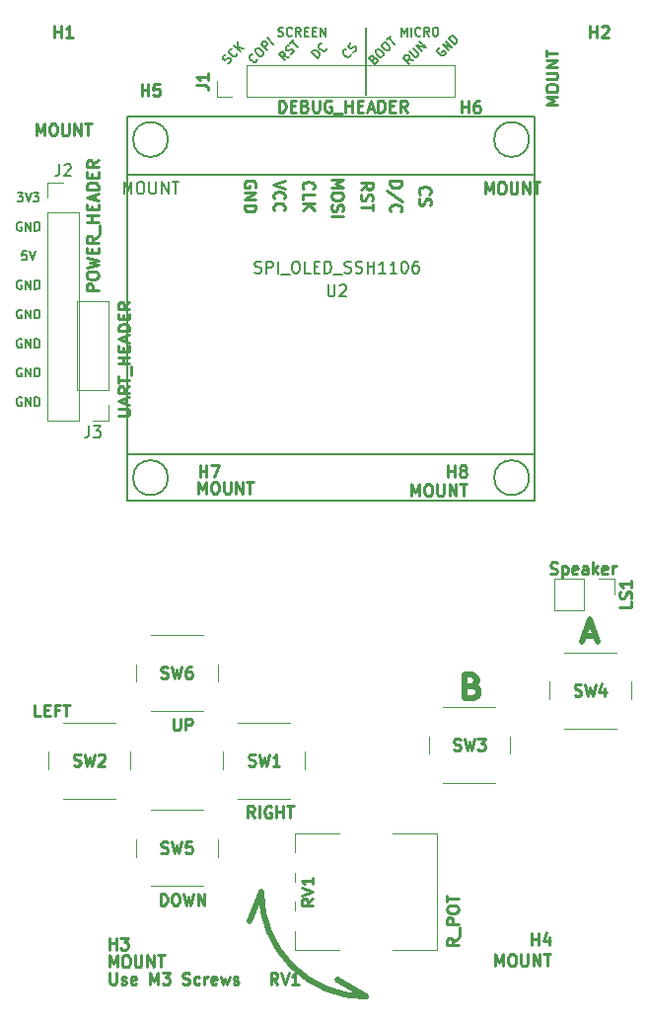
<source format=gto>
G04 #@! TF.GenerationSoftware,KiCad,Pcbnew,5.1.9+dfsg1-1*
G04 #@! TF.CreationDate,2022-06-11T22:33:06-07:00*
G04 #@! TF.ProjectId,keygame,6b657967-616d-4652-9e6b-696361645f70,rev?*
G04 #@! TF.SameCoordinates,Original*
G04 #@! TF.FileFunction,Legend,Top*
G04 #@! TF.FilePolarity,Positive*
%FSLAX46Y46*%
G04 Gerber Fmt 4.6, Leading zero omitted, Abs format (unit mm)*
G04 Created by KiCad (PCBNEW 5.1.9+dfsg1-1) date 2022-06-11 22:33:06*
%MOMM*%
%LPD*%
G01*
G04 APERTURE LIST*
%ADD10C,0.187500*%
%ADD11C,0.500000*%
%ADD12C,0.250000*%
%ADD13C,0.200000*%
%ADD14C,0.120000*%
%ADD15C,0.150000*%
G04 APERTURE END LIST*
D10*
X167028571Y-17139285D02*
X167028571Y-16389285D01*
X167278571Y-16925000D01*
X167528571Y-16389285D01*
X167528571Y-17139285D01*
X167885714Y-17139285D02*
X167885714Y-16389285D01*
X168671428Y-17067857D02*
X168635714Y-17103571D01*
X168528571Y-17139285D01*
X168457142Y-17139285D01*
X168350000Y-17103571D01*
X168278571Y-17032142D01*
X168242857Y-16960714D01*
X168207142Y-16817857D01*
X168207142Y-16710714D01*
X168242857Y-16567857D01*
X168278571Y-16496428D01*
X168350000Y-16425000D01*
X168457142Y-16389285D01*
X168528571Y-16389285D01*
X168635714Y-16425000D01*
X168671428Y-16460714D01*
X169421428Y-17139285D02*
X169171428Y-16782142D01*
X168992857Y-17139285D02*
X168992857Y-16389285D01*
X169278571Y-16389285D01*
X169350000Y-16425000D01*
X169385714Y-16460714D01*
X169421428Y-16532142D01*
X169421428Y-16639285D01*
X169385714Y-16710714D01*
X169350000Y-16746428D01*
X169278571Y-16782142D01*
X168992857Y-16782142D01*
X169885714Y-16389285D02*
X170028571Y-16389285D01*
X170100000Y-16425000D01*
X170171428Y-16496428D01*
X170207142Y-16639285D01*
X170207142Y-16889285D01*
X170171428Y-17032142D01*
X170100000Y-17103571D01*
X170028571Y-17139285D01*
X169885714Y-17139285D01*
X169814285Y-17103571D01*
X169742857Y-17032142D01*
X169707142Y-16889285D01*
X169707142Y-16639285D01*
X169742857Y-16496428D01*
X169814285Y-16425000D01*
X169885714Y-16389285D01*
D11*
X164000000Y-99500000D02*
X161500000Y-98000000D01*
X155000000Y-90500000D02*
X154000000Y-93000000D01*
X164000000Y-99500000D02*
G75*
G02*
X155000000Y-90500000I0J9000000D01*
G01*
D10*
X134857142Y-35589285D02*
X134500000Y-35589285D01*
X134464285Y-35946428D01*
X134500000Y-35910714D01*
X134571428Y-35875000D01*
X134750000Y-35875000D01*
X134821428Y-35910714D01*
X134857142Y-35946428D01*
X134892857Y-36017857D01*
X134892857Y-36196428D01*
X134857142Y-36267857D01*
X134821428Y-36303571D01*
X134750000Y-36339285D01*
X134571428Y-36339285D01*
X134500000Y-36303571D01*
X134464285Y-36267857D01*
X135107142Y-35589285D02*
X135357142Y-36339285D01*
X135607142Y-35589285D01*
X134428571Y-48125000D02*
X134357142Y-48089285D01*
X134250000Y-48089285D01*
X134142857Y-48125000D01*
X134071428Y-48196428D01*
X134035714Y-48267857D01*
X134000000Y-48410714D01*
X134000000Y-48517857D01*
X134035714Y-48660714D01*
X134071428Y-48732142D01*
X134142857Y-48803571D01*
X134250000Y-48839285D01*
X134321428Y-48839285D01*
X134428571Y-48803571D01*
X134464285Y-48767857D01*
X134464285Y-48517857D01*
X134321428Y-48517857D01*
X134785714Y-48839285D02*
X134785714Y-48089285D01*
X135214285Y-48839285D01*
X135214285Y-48089285D01*
X135571428Y-48839285D02*
X135571428Y-48089285D01*
X135750000Y-48089285D01*
X135857142Y-48125000D01*
X135928571Y-48196428D01*
X135964285Y-48267857D01*
X136000000Y-48410714D01*
X136000000Y-48517857D01*
X135964285Y-48660714D01*
X135928571Y-48732142D01*
X135857142Y-48803571D01*
X135750000Y-48839285D01*
X135571428Y-48839285D01*
X134428571Y-45625000D02*
X134357142Y-45589285D01*
X134250000Y-45589285D01*
X134142857Y-45625000D01*
X134071428Y-45696428D01*
X134035714Y-45767857D01*
X134000000Y-45910714D01*
X134000000Y-46017857D01*
X134035714Y-46160714D01*
X134071428Y-46232142D01*
X134142857Y-46303571D01*
X134250000Y-46339285D01*
X134321428Y-46339285D01*
X134428571Y-46303571D01*
X134464285Y-46267857D01*
X134464285Y-46017857D01*
X134321428Y-46017857D01*
X134785714Y-46339285D02*
X134785714Y-45589285D01*
X135214285Y-46339285D01*
X135214285Y-45589285D01*
X135571428Y-46339285D02*
X135571428Y-45589285D01*
X135750000Y-45589285D01*
X135857142Y-45625000D01*
X135928571Y-45696428D01*
X135964285Y-45767857D01*
X136000000Y-45910714D01*
X136000000Y-46017857D01*
X135964285Y-46160714D01*
X135928571Y-46232142D01*
X135857142Y-46303571D01*
X135750000Y-46339285D01*
X135571428Y-46339285D01*
X134428571Y-43125000D02*
X134357142Y-43089285D01*
X134250000Y-43089285D01*
X134142857Y-43125000D01*
X134071428Y-43196428D01*
X134035714Y-43267857D01*
X134000000Y-43410714D01*
X134000000Y-43517857D01*
X134035714Y-43660714D01*
X134071428Y-43732142D01*
X134142857Y-43803571D01*
X134250000Y-43839285D01*
X134321428Y-43839285D01*
X134428571Y-43803571D01*
X134464285Y-43767857D01*
X134464285Y-43517857D01*
X134321428Y-43517857D01*
X134785714Y-43839285D02*
X134785714Y-43089285D01*
X135214285Y-43839285D01*
X135214285Y-43089285D01*
X135571428Y-43839285D02*
X135571428Y-43089285D01*
X135750000Y-43089285D01*
X135857142Y-43125000D01*
X135928571Y-43196428D01*
X135964285Y-43267857D01*
X136000000Y-43410714D01*
X136000000Y-43517857D01*
X135964285Y-43660714D01*
X135928571Y-43732142D01*
X135857142Y-43803571D01*
X135750000Y-43839285D01*
X135571428Y-43839285D01*
X134428571Y-40625000D02*
X134357142Y-40589285D01*
X134250000Y-40589285D01*
X134142857Y-40625000D01*
X134071428Y-40696428D01*
X134035714Y-40767857D01*
X134000000Y-40910714D01*
X134000000Y-41017857D01*
X134035714Y-41160714D01*
X134071428Y-41232142D01*
X134142857Y-41303571D01*
X134250000Y-41339285D01*
X134321428Y-41339285D01*
X134428571Y-41303571D01*
X134464285Y-41267857D01*
X134464285Y-41017857D01*
X134321428Y-41017857D01*
X134785714Y-41339285D02*
X134785714Y-40589285D01*
X135214285Y-41339285D01*
X135214285Y-40589285D01*
X135571428Y-41339285D02*
X135571428Y-40589285D01*
X135750000Y-40589285D01*
X135857142Y-40625000D01*
X135928571Y-40696428D01*
X135964285Y-40767857D01*
X136000000Y-40910714D01*
X136000000Y-41017857D01*
X135964285Y-41160714D01*
X135928571Y-41232142D01*
X135857142Y-41303571D01*
X135750000Y-41339285D01*
X135571428Y-41339285D01*
X134428571Y-38125000D02*
X134357142Y-38089285D01*
X134250000Y-38089285D01*
X134142857Y-38125000D01*
X134071428Y-38196428D01*
X134035714Y-38267857D01*
X134000000Y-38410714D01*
X134000000Y-38517857D01*
X134035714Y-38660714D01*
X134071428Y-38732142D01*
X134142857Y-38803571D01*
X134250000Y-38839285D01*
X134321428Y-38839285D01*
X134428571Y-38803571D01*
X134464285Y-38767857D01*
X134464285Y-38517857D01*
X134321428Y-38517857D01*
X134785714Y-38839285D02*
X134785714Y-38089285D01*
X135214285Y-38839285D01*
X135214285Y-38089285D01*
X135571428Y-38839285D02*
X135571428Y-38089285D01*
X135750000Y-38089285D01*
X135857142Y-38125000D01*
X135928571Y-38196428D01*
X135964285Y-38267857D01*
X136000000Y-38410714D01*
X136000000Y-38517857D01*
X135964285Y-38660714D01*
X135928571Y-38732142D01*
X135857142Y-38803571D01*
X135750000Y-38839285D01*
X135571428Y-38839285D01*
X134428571Y-33125000D02*
X134357142Y-33089285D01*
X134250000Y-33089285D01*
X134142857Y-33125000D01*
X134071428Y-33196428D01*
X134035714Y-33267857D01*
X134000000Y-33410714D01*
X134000000Y-33517857D01*
X134035714Y-33660714D01*
X134071428Y-33732142D01*
X134142857Y-33803571D01*
X134250000Y-33839285D01*
X134321428Y-33839285D01*
X134428571Y-33803571D01*
X134464285Y-33767857D01*
X134464285Y-33517857D01*
X134321428Y-33517857D01*
X134785714Y-33839285D02*
X134785714Y-33089285D01*
X135214285Y-33839285D01*
X135214285Y-33089285D01*
X135571428Y-33839285D02*
X135571428Y-33089285D01*
X135750000Y-33089285D01*
X135857142Y-33125000D01*
X135928571Y-33196428D01*
X135964285Y-33267857D01*
X136000000Y-33410714D01*
X136000000Y-33517857D01*
X135964285Y-33660714D01*
X135928571Y-33732142D01*
X135857142Y-33803571D01*
X135750000Y-33839285D01*
X135571428Y-33839285D01*
X134071428Y-30589285D02*
X134535714Y-30589285D01*
X134285714Y-30875000D01*
X134392857Y-30875000D01*
X134464285Y-30910714D01*
X134500000Y-30946428D01*
X134535714Y-31017857D01*
X134535714Y-31196428D01*
X134500000Y-31267857D01*
X134464285Y-31303571D01*
X134392857Y-31339285D01*
X134178571Y-31339285D01*
X134107142Y-31303571D01*
X134071428Y-31267857D01*
X134750000Y-30589285D02*
X135000000Y-31339285D01*
X135250000Y-30589285D01*
X135428571Y-30589285D02*
X135892857Y-30589285D01*
X135642857Y-30875000D01*
X135750000Y-30875000D01*
X135821428Y-30910714D01*
X135857142Y-30946428D01*
X135892857Y-31017857D01*
X135892857Y-31196428D01*
X135857142Y-31267857D01*
X135821428Y-31303571D01*
X135750000Y-31339285D01*
X135535714Y-31339285D01*
X135464285Y-31303571D01*
X135428571Y-31267857D01*
D12*
X142000000Y-97452380D02*
X142000000Y-98261904D01*
X142047619Y-98357142D01*
X142095238Y-98404761D01*
X142190476Y-98452380D01*
X142380952Y-98452380D01*
X142476190Y-98404761D01*
X142523809Y-98357142D01*
X142571428Y-98261904D01*
X142571428Y-97452380D01*
X143000000Y-98404761D02*
X143095238Y-98452380D01*
X143285714Y-98452380D01*
X143380952Y-98404761D01*
X143428571Y-98309523D01*
X143428571Y-98261904D01*
X143380952Y-98166666D01*
X143285714Y-98119047D01*
X143142857Y-98119047D01*
X143047619Y-98071428D01*
X143000000Y-97976190D01*
X143000000Y-97928571D01*
X143047619Y-97833333D01*
X143142857Y-97785714D01*
X143285714Y-97785714D01*
X143380952Y-97833333D01*
X144238095Y-98404761D02*
X144142857Y-98452380D01*
X143952380Y-98452380D01*
X143857142Y-98404761D01*
X143809523Y-98309523D01*
X143809523Y-97928571D01*
X143857142Y-97833333D01*
X143952380Y-97785714D01*
X144142857Y-97785714D01*
X144238095Y-97833333D01*
X144285714Y-97928571D01*
X144285714Y-98023809D01*
X143809523Y-98119047D01*
X145476190Y-98452380D02*
X145476190Y-97452380D01*
X145809523Y-98166666D01*
X146142857Y-97452380D01*
X146142857Y-98452380D01*
X146523809Y-97452380D02*
X147142857Y-97452380D01*
X146809523Y-97833333D01*
X146952380Y-97833333D01*
X147047619Y-97880952D01*
X147095238Y-97928571D01*
X147142857Y-98023809D01*
X147142857Y-98261904D01*
X147095238Y-98357142D01*
X147047619Y-98404761D01*
X146952380Y-98452380D01*
X146666666Y-98452380D01*
X146571428Y-98404761D01*
X146523809Y-98357142D01*
X148285714Y-98404761D02*
X148428571Y-98452380D01*
X148666666Y-98452380D01*
X148761904Y-98404761D01*
X148809523Y-98357142D01*
X148857142Y-98261904D01*
X148857142Y-98166666D01*
X148809523Y-98071428D01*
X148761904Y-98023809D01*
X148666666Y-97976190D01*
X148476190Y-97928571D01*
X148380952Y-97880952D01*
X148333333Y-97833333D01*
X148285714Y-97738095D01*
X148285714Y-97642857D01*
X148333333Y-97547619D01*
X148380952Y-97500000D01*
X148476190Y-97452380D01*
X148714285Y-97452380D01*
X148857142Y-97500000D01*
X149714285Y-98404761D02*
X149619047Y-98452380D01*
X149428571Y-98452380D01*
X149333333Y-98404761D01*
X149285714Y-98357142D01*
X149238095Y-98261904D01*
X149238095Y-97976190D01*
X149285714Y-97880952D01*
X149333333Y-97833333D01*
X149428571Y-97785714D01*
X149619047Y-97785714D01*
X149714285Y-97833333D01*
X150142857Y-98452380D02*
X150142857Y-97785714D01*
X150142857Y-97976190D02*
X150190476Y-97880952D01*
X150238095Y-97833333D01*
X150333333Y-97785714D01*
X150428571Y-97785714D01*
X151142857Y-98404761D02*
X151047619Y-98452380D01*
X150857142Y-98452380D01*
X150761904Y-98404761D01*
X150714285Y-98309523D01*
X150714285Y-97928571D01*
X150761904Y-97833333D01*
X150857142Y-97785714D01*
X151047619Y-97785714D01*
X151142857Y-97833333D01*
X151190476Y-97928571D01*
X151190476Y-98023809D01*
X150714285Y-98119047D01*
X151523809Y-97785714D02*
X151714285Y-98452380D01*
X151904761Y-97976190D01*
X152095238Y-98452380D01*
X152285714Y-97785714D01*
X152619047Y-98404761D02*
X152714285Y-98452380D01*
X152904761Y-98452380D01*
X153000000Y-98404761D01*
X153047619Y-98309523D01*
X153047619Y-98261904D01*
X153000000Y-98166666D01*
X152904761Y-98119047D01*
X152761904Y-98119047D01*
X152666666Y-98071428D01*
X152619047Y-97976190D01*
X152619047Y-97928571D01*
X152666666Y-97833333D01*
X152761904Y-97785714D01*
X152904761Y-97785714D01*
X153000000Y-97833333D01*
D10*
X170330773Y-18138895D02*
X170255012Y-18164149D01*
X170179251Y-18239911D01*
X170128743Y-18340926D01*
X170128743Y-18441941D01*
X170153997Y-18517703D01*
X170229758Y-18643972D01*
X170305520Y-18719733D01*
X170431789Y-18795495D01*
X170507550Y-18820748D01*
X170608565Y-18820748D01*
X170709581Y-18770241D01*
X170760088Y-18719733D01*
X170810596Y-18618718D01*
X170810596Y-18568210D01*
X170633819Y-18391434D01*
X170532804Y-18492449D01*
X171088388Y-18391434D02*
X170558058Y-17861104D01*
X171391434Y-18088388D01*
X170861104Y-17558058D01*
X171643972Y-17835850D02*
X171113642Y-17305520D01*
X171239911Y-17179251D01*
X171340926Y-17128743D01*
X171441941Y-17128743D01*
X171517703Y-17153997D01*
X171643972Y-17229758D01*
X171719733Y-17305520D01*
X171795495Y-17431789D01*
X171820748Y-17507550D01*
X171820748Y-17608565D01*
X171770241Y-17709581D01*
X171643972Y-17835850D01*
X164642385Y-19081852D02*
X164743400Y-19031345D01*
X164793908Y-19031345D01*
X164869669Y-19056599D01*
X164945431Y-19132360D01*
X164970685Y-19208122D01*
X164970685Y-19258629D01*
X164945431Y-19334391D01*
X164743400Y-19536421D01*
X164213070Y-19006091D01*
X164389847Y-18829314D01*
X164465608Y-18804061D01*
X164516116Y-18804061D01*
X164591877Y-18829314D01*
X164642385Y-18879822D01*
X164667639Y-18955583D01*
X164667639Y-19006091D01*
X164642385Y-19081852D01*
X164465608Y-19258629D01*
X164844416Y-18374746D02*
X164945431Y-18273730D01*
X165021192Y-18248477D01*
X165122208Y-18248477D01*
X165248477Y-18324238D01*
X165425253Y-18501015D01*
X165501015Y-18627284D01*
X165501015Y-18728299D01*
X165475761Y-18804061D01*
X165374746Y-18905076D01*
X165298984Y-18930330D01*
X165197969Y-18930330D01*
X165071700Y-18854568D01*
X164894923Y-18677791D01*
X164819162Y-18551522D01*
X164819162Y-18450507D01*
X164844416Y-18374746D01*
X165400000Y-17819162D02*
X165501015Y-17718147D01*
X165576776Y-17692893D01*
X165677791Y-17692893D01*
X165804061Y-17768654D01*
X165980837Y-17945431D01*
X166056599Y-18071700D01*
X166056599Y-18172715D01*
X166031345Y-18248477D01*
X165930330Y-18349492D01*
X165854568Y-18374746D01*
X165753553Y-18374746D01*
X165627284Y-18298984D01*
X165450507Y-18122208D01*
X165374746Y-17995938D01*
X165374746Y-17894923D01*
X165400000Y-17819162D01*
X165778807Y-17440355D02*
X166081852Y-17137309D01*
X166460660Y-17819162D02*
X165930330Y-17288832D01*
X168048477Y-19231345D02*
X167619162Y-19155583D01*
X167745431Y-19534391D02*
X167215101Y-19004061D01*
X167417131Y-18802030D01*
X167492893Y-18776776D01*
X167543400Y-18776776D01*
X167619162Y-18802030D01*
X167694923Y-18877791D01*
X167720177Y-18953553D01*
X167720177Y-19004061D01*
X167694923Y-19079822D01*
X167492893Y-19281852D01*
X167745431Y-18473730D02*
X168174746Y-18903045D01*
X168250507Y-18928299D01*
X168301015Y-18928299D01*
X168376776Y-18903045D01*
X168477791Y-18802030D01*
X168503045Y-18726269D01*
X168503045Y-18675761D01*
X168477791Y-18600000D01*
X168048477Y-18170685D01*
X168831345Y-18448477D02*
X168301015Y-17918147D01*
X169134391Y-18145431D01*
X168604061Y-17615101D01*
X162701015Y-18677791D02*
X162701015Y-18728299D01*
X162650507Y-18829314D01*
X162600000Y-18879822D01*
X162498984Y-18930330D01*
X162397969Y-18930330D01*
X162322208Y-18905076D01*
X162195938Y-18829314D01*
X162120177Y-18753553D01*
X162044416Y-18627284D01*
X162019162Y-18551522D01*
X162019162Y-18450507D01*
X162069669Y-18349492D01*
X162120177Y-18298984D01*
X162221192Y-18248477D01*
X162271700Y-18248477D01*
X162928299Y-18501015D02*
X163029314Y-18450507D01*
X163155583Y-18324238D01*
X163180837Y-18248477D01*
X163180837Y-18197969D01*
X163155583Y-18122208D01*
X163105076Y-18071700D01*
X163029314Y-18046446D01*
X162978807Y-18046446D01*
X162903045Y-18071700D01*
X162776776Y-18147461D01*
X162701015Y-18172715D01*
X162650507Y-18172715D01*
X162574746Y-18147461D01*
X162524238Y-18096954D01*
X162498984Y-18021192D01*
X162498984Y-17970685D01*
X162524238Y-17894923D01*
X162650507Y-17768654D01*
X162751522Y-17718147D01*
X159835850Y-19043972D02*
X159305520Y-18513642D01*
X159431789Y-18387373D01*
X159532804Y-18336865D01*
X159633819Y-18336865D01*
X159709581Y-18362119D01*
X159835850Y-18437880D01*
X159911611Y-18513642D01*
X159987373Y-18639911D01*
X160012626Y-18715672D01*
X160012626Y-18816687D01*
X159962119Y-18917703D01*
X159835850Y-19043972D01*
X160618718Y-18160088D02*
X160618718Y-18210596D01*
X160568210Y-18311611D01*
X160517703Y-18362119D01*
X160416687Y-18412626D01*
X160315672Y-18412626D01*
X160239911Y-18387373D01*
X160113642Y-18311611D01*
X160037880Y-18235850D01*
X159962119Y-18109581D01*
X159936865Y-18033819D01*
X159936865Y-17932804D01*
X159987373Y-17831789D01*
X160037880Y-17781281D01*
X160138895Y-17730773D01*
X160189403Y-17730773D01*
X157349492Y-18930330D02*
X156920177Y-18854568D01*
X157046446Y-19233375D02*
X156516116Y-18703045D01*
X156718147Y-18501015D01*
X156793908Y-18475761D01*
X156844416Y-18475761D01*
X156920177Y-18501015D01*
X156995938Y-18576776D01*
X157021192Y-18652538D01*
X157021192Y-18703045D01*
X156995938Y-18778807D01*
X156793908Y-18980837D01*
X157526269Y-18703045D02*
X157627284Y-18652538D01*
X157753553Y-18526269D01*
X157778807Y-18450507D01*
X157778807Y-18399999D01*
X157753553Y-18324238D01*
X157703045Y-18273730D01*
X157627284Y-18248477D01*
X157576776Y-18248477D01*
X157501015Y-18273730D01*
X157374746Y-18349492D01*
X157298984Y-18374746D01*
X157248477Y-18374746D01*
X157172715Y-18349492D01*
X157122208Y-18298984D01*
X157096954Y-18223223D01*
X157096954Y-18172715D01*
X157122208Y-18096954D01*
X157248477Y-17970685D01*
X157349492Y-17920177D01*
X157475761Y-17743400D02*
X157778807Y-17440355D01*
X158157614Y-18122208D02*
X157627284Y-17591877D01*
X154684327Y-19094479D02*
X154684327Y-19144987D01*
X154633819Y-19246002D01*
X154583312Y-19296510D01*
X154482296Y-19347018D01*
X154381281Y-19347018D01*
X154305520Y-19321764D01*
X154179251Y-19246002D01*
X154103489Y-19170241D01*
X154027728Y-19043972D01*
X154002474Y-18968210D01*
X154002474Y-18867195D01*
X154052981Y-18766180D01*
X154103489Y-18715672D01*
X154204504Y-18665165D01*
X154255012Y-18665165D01*
X154532804Y-18286357D02*
X154633819Y-18185342D01*
X154709581Y-18160088D01*
X154810596Y-18160088D01*
X154936865Y-18235850D01*
X155113642Y-18412626D01*
X155189403Y-18538895D01*
X155189403Y-18639911D01*
X155164149Y-18715672D01*
X155063134Y-18816687D01*
X154987373Y-18841941D01*
X154886357Y-18841941D01*
X154760088Y-18766180D01*
X154583312Y-18589403D01*
X154507550Y-18463134D01*
X154507550Y-18362119D01*
X154532804Y-18286357D01*
X155517703Y-18362119D02*
X154987373Y-17831789D01*
X155189403Y-17629758D01*
X155265165Y-17604504D01*
X155315672Y-17604504D01*
X155391434Y-17629758D01*
X155467195Y-17705520D01*
X155492449Y-17781281D01*
X155492449Y-17831789D01*
X155467195Y-17907550D01*
X155265165Y-18109581D01*
X156048033Y-17831789D02*
X155517703Y-17301459D01*
X152132804Y-19496510D02*
X152233819Y-19446002D01*
X152360088Y-19319733D01*
X152385342Y-19243972D01*
X152385342Y-19193464D01*
X152360088Y-19117703D01*
X152309581Y-19067195D01*
X152233819Y-19041941D01*
X152183312Y-19041941D01*
X152107550Y-19067195D01*
X151981281Y-19142956D01*
X151905520Y-19168210D01*
X151855012Y-19168210D01*
X151779251Y-19142956D01*
X151728743Y-19092449D01*
X151703489Y-19016687D01*
X151703489Y-18966180D01*
X151728743Y-18890418D01*
X151855012Y-18764149D01*
X151956027Y-18713642D01*
X152940926Y-18637880D02*
X152940926Y-18688388D01*
X152890418Y-18789403D01*
X152839911Y-18839911D01*
X152738895Y-18890418D01*
X152637880Y-18890418D01*
X152562119Y-18865165D01*
X152435850Y-18789403D01*
X152360088Y-18713642D01*
X152284327Y-18587373D01*
X152259073Y-18511611D01*
X152259073Y-18410596D01*
X152309581Y-18309581D01*
X152360088Y-18259073D01*
X152461104Y-18208565D01*
X152511611Y-18208565D01*
X153218718Y-18461104D02*
X152688388Y-17930773D01*
X153521764Y-18158058D02*
X152991434Y-18082296D01*
X152991434Y-17627728D02*
X152991434Y-18233819D01*
X156464285Y-17103571D02*
X156571428Y-17139285D01*
X156750000Y-17139285D01*
X156821428Y-17103571D01*
X156857142Y-17067857D01*
X156892857Y-16996428D01*
X156892857Y-16925000D01*
X156857142Y-16853571D01*
X156821428Y-16817857D01*
X156750000Y-16782142D01*
X156607142Y-16746428D01*
X156535714Y-16710714D01*
X156500000Y-16675000D01*
X156464285Y-16603571D01*
X156464285Y-16532142D01*
X156500000Y-16460714D01*
X156535714Y-16425000D01*
X156607142Y-16389285D01*
X156785714Y-16389285D01*
X156892857Y-16425000D01*
X157642857Y-17067857D02*
X157607142Y-17103571D01*
X157500000Y-17139285D01*
X157428571Y-17139285D01*
X157321428Y-17103571D01*
X157250000Y-17032142D01*
X157214285Y-16960714D01*
X157178571Y-16817857D01*
X157178571Y-16710714D01*
X157214285Y-16567857D01*
X157250000Y-16496428D01*
X157321428Y-16425000D01*
X157428571Y-16389285D01*
X157500000Y-16389285D01*
X157607142Y-16425000D01*
X157642857Y-16460714D01*
X158392857Y-17139285D02*
X158142857Y-16782142D01*
X157964285Y-17139285D02*
X157964285Y-16389285D01*
X158250000Y-16389285D01*
X158321428Y-16425000D01*
X158357142Y-16460714D01*
X158392857Y-16532142D01*
X158392857Y-16639285D01*
X158357142Y-16710714D01*
X158321428Y-16746428D01*
X158250000Y-16782142D01*
X157964285Y-16782142D01*
X158714285Y-16746428D02*
X158964285Y-16746428D01*
X159071428Y-17139285D02*
X158714285Y-17139285D01*
X158714285Y-16389285D01*
X159071428Y-16389285D01*
X159392857Y-16746428D02*
X159642857Y-16746428D01*
X159750000Y-17139285D02*
X159392857Y-17139285D01*
X159392857Y-16389285D01*
X159750000Y-16389285D01*
X160071428Y-17139285D02*
X160071428Y-16389285D01*
X160500000Y-17139285D01*
X160500000Y-16389285D01*
D13*
X164000000Y-22200000D02*
X164000000Y-16400000D01*
D14*
G04 #@! TO.C,LS1*
X180130000Y-63670000D02*
X180130000Y-66330000D01*
X182730000Y-63670000D02*
X180130000Y-63670000D01*
X182730000Y-66330000D02*
X180130000Y-66330000D01*
X182730000Y-63670000D02*
X182730000Y-66330000D01*
X184000000Y-63670000D02*
X185330000Y-63670000D01*
X185330000Y-63670000D02*
X185330000Y-65000000D01*
G04 #@! TO.C,SW1*
X153000000Y-82500000D02*
X157500000Y-82500000D01*
X151750000Y-78500000D02*
X151750000Y-80000000D01*
X157500000Y-76000000D02*
X153000000Y-76000000D01*
X158750000Y-80000000D02*
X158750000Y-78500000D01*
G04 #@! TO.C,SW2*
X143750000Y-80000000D02*
X143750000Y-78500000D01*
X142500000Y-76000000D02*
X138000000Y-76000000D01*
X136750000Y-78500000D02*
X136750000Y-80000000D01*
X138000000Y-82500000D02*
X142500000Y-82500000D01*
G04 #@! TO.C,SW3*
X170625001Y-81175001D02*
X175125001Y-81175001D01*
X169375001Y-77175001D02*
X169375001Y-78675001D01*
X175125001Y-74675001D02*
X170625001Y-74675001D01*
X176375001Y-78675001D02*
X176375001Y-77175001D01*
G04 #@! TO.C,SW4*
X186750000Y-74000000D02*
X186750000Y-72500000D01*
X185500000Y-70000000D02*
X181000000Y-70000000D01*
X179750000Y-72500000D02*
X179750000Y-74000000D01*
X181000000Y-76500000D02*
X185500000Y-76500000D01*
G04 #@! TO.C,SW5*
X151250000Y-87500000D02*
X151250000Y-86000000D01*
X150000000Y-83500000D02*
X145500000Y-83500000D01*
X144250000Y-86000000D02*
X144250000Y-87500000D01*
X145500000Y-90000000D02*
X150000000Y-90000000D01*
G04 #@! TO.C,SW6*
X145500000Y-75000000D02*
X150000000Y-75000000D01*
X144250000Y-71000000D02*
X144250000Y-72500000D01*
X150000000Y-68500000D02*
X145500000Y-68500000D01*
X151250000Y-72500000D02*
X151250000Y-71000000D01*
D15*
G04 #@! TO.C,U2*
X143500000Y-24000000D02*
X178500000Y-24000000D01*
X178500000Y-24000000D02*
X178500000Y-57000000D01*
X178500000Y-57000000D02*
X143500000Y-57000000D01*
X143500000Y-57000000D02*
X143500000Y-24000000D01*
X147000000Y-26000000D02*
G75*
G03*
X147000000Y-26000000I-1500000J0D01*
G01*
X178000000Y-26000000D02*
G75*
G03*
X178000000Y-26000000I-1500000J0D01*
G01*
X178000000Y-55000000D02*
G75*
G03*
X178000000Y-55000000I-1500000J0D01*
G01*
X147000000Y-55000000D02*
G75*
G03*
X147000000Y-55000000I-1500000J0D01*
G01*
X143500000Y-29000000D02*
X178500000Y-29000000D01*
X143500000Y-53000000D02*
X178500000Y-53000000D01*
D14*
G04 #@! TO.C,J1*
X171610000Y-22330000D02*
X171610000Y-19670000D01*
X153770000Y-22330000D02*
X171610000Y-22330000D01*
X153770000Y-19670000D02*
X171610000Y-19670000D01*
X153770000Y-22330000D02*
X153770000Y-19670000D01*
X152500000Y-22330000D02*
X151170000Y-22330000D01*
X151170000Y-22330000D02*
X151170000Y-21000000D01*
G04 #@! TO.C,RV1*
X157880000Y-85530000D02*
X161745000Y-85530000D01*
X166255000Y-85530000D02*
X170120000Y-85530000D01*
X157880000Y-95470000D02*
X161745000Y-95470000D01*
X166255000Y-95470000D02*
X170120000Y-95470000D01*
X157880000Y-85530000D02*
X157880000Y-87129000D01*
X157880000Y-88871000D02*
X157880000Y-89630000D01*
X157880000Y-91371000D02*
X157880000Y-92130000D01*
X157880000Y-93870000D02*
X157880000Y-95470000D01*
X170120000Y-85530000D02*
X170120000Y-95470000D01*
G04 #@! TO.C,J2*
X136670000Y-50110000D02*
X139330000Y-50110000D01*
X136670000Y-32270000D02*
X136670000Y-50110000D01*
X139330000Y-32270000D02*
X139330000Y-50110000D01*
X136670000Y-32270000D02*
X139330000Y-32270000D01*
X136670000Y-31000000D02*
X136670000Y-29670000D01*
X136670000Y-29670000D02*
X138000000Y-29670000D01*
G04 #@! TO.C,J3*
X141870000Y-39830000D02*
X139210000Y-39830000D01*
X141870000Y-47510000D02*
X141870000Y-39830000D01*
X139210000Y-47510000D02*
X139210000Y-39830000D01*
X141870000Y-47510000D02*
X139210000Y-47510000D01*
X141870000Y-48780000D02*
X141870000Y-50110000D01*
X141870000Y-50110000D02*
X140540000Y-50110000D01*
G04 #@! TO.C,H1*
D12*
X137238095Y-17252380D02*
X137238095Y-16252380D01*
X137238095Y-16728571D02*
X137809523Y-16728571D01*
X137809523Y-17252380D02*
X137809523Y-16252380D01*
X138809523Y-17252380D02*
X138238095Y-17252380D01*
X138523809Y-17252380D02*
X138523809Y-16252380D01*
X138428571Y-16395238D01*
X138333333Y-16490476D01*
X138238095Y-16538095D01*
X135714285Y-25652380D02*
X135714285Y-24652380D01*
X136047619Y-25366666D01*
X136380952Y-24652380D01*
X136380952Y-25652380D01*
X137047619Y-24652380D02*
X137238095Y-24652380D01*
X137333333Y-24700000D01*
X137428571Y-24795238D01*
X137476190Y-24985714D01*
X137476190Y-25319047D01*
X137428571Y-25509523D01*
X137333333Y-25604761D01*
X137238095Y-25652380D01*
X137047619Y-25652380D01*
X136952380Y-25604761D01*
X136857142Y-25509523D01*
X136809523Y-25319047D01*
X136809523Y-24985714D01*
X136857142Y-24795238D01*
X136952380Y-24700000D01*
X137047619Y-24652380D01*
X137904761Y-24652380D02*
X137904761Y-25461904D01*
X137952380Y-25557142D01*
X138000000Y-25604761D01*
X138095238Y-25652380D01*
X138285714Y-25652380D01*
X138380952Y-25604761D01*
X138428571Y-25557142D01*
X138476190Y-25461904D01*
X138476190Y-24652380D01*
X138952380Y-25652380D02*
X138952380Y-24652380D01*
X139523809Y-25652380D01*
X139523809Y-24652380D01*
X139857142Y-24652380D02*
X140428571Y-24652380D01*
X140142857Y-25652380D02*
X140142857Y-24652380D01*
G04 #@! TO.C,H2*
X183238095Y-17252380D02*
X183238095Y-16252380D01*
X183238095Y-16728571D02*
X183809523Y-16728571D01*
X183809523Y-17252380D02*
X183809523Y-16252380D01*
X184238095Y-16347619D02*
X184285714Y-16300000D01*
X184380952Y-16252380D01*
X184619047Y-16252380D01*
X184714285Y-16300000D01*
X184761904Y-16347619D01*
X184809523Y-16442857D01*
X184809523Y-16538095D01*
X184761904Y-16680952D01*
X184190476Y-17252380D01*
X184809523Y-17252380D01*
X180452380Y-23035714D02*
X179452380Y-23035714D01*
X180166666Y-22702380D01*
X179452380Y-22369047D01*
X180452380Y-22369047D01*
X179452380Y-21702380D02*
X179452380Y-21511904D01*
X179500000Y-21416666D01*
X179595238Y-21321428D01*
X179785714Y-21273809D01*
X180119047Y-21273809D01*
X180309523Y-21321428D01*
X180404761Y-21416666D01*
X180452380Y-21511904D01*
X180452380Y-21702380D01*
X180404761Y-21797619D01*
X180309523Y-21892857D01*
X180119047Y-21940476D01*
X179785714Y-21940476D01*
X179595238Y-21892857D01*
X179500000Y-21797619D01*
X179452380Y-21702380D01*
X179452380Y-20845238D02*
X180261904Y-20845238D01*
X180357142Y-20797619D01*
X180404761Y-20750000D01*
X180452380Y-20654761D01*
X180452380Y-20464285D01*
X180404761Y-20369047D01*
X180357142Y-20321428D01*
X180261904Y-20273809D01*
X179452380Y-20273809D01*
X180452380Y-19797619D02*
X179452380Y-19797619D01*
X180452380Y-19226190D01*
X179452380Y-19226190D01*
X179452380Y-18892857D02*
X179452380Y-18321428D01*
X180452380Y-18607142D02*
X179452380Y-18607142D01*
G04 #@! TO.C,H3*
X141988095Y-95452380D02*
X141988095Y-94452380D01*
X141988095Y-94928571D02*
X142559523Y-94928571D01*
X142559523Y-95452380D02*
X142559523Y-94452380D01*
X142940476Y-94452380D02*
X143559523Y-94452380D01*
X143226190Y-94833333D01*
X143369047Y-94833333D01*
X143464285Y-94880952D01*
X143511904Y-94928571D01*
X143559523Y-95023809D01*
X143559523Y-95261904D01*
X143511904Y-95357142D01*
X143464285Y-95404761D01*
X143369047Y-95452380D01*
X143083333Y-95452380D01*
X142988095Y-95404761D01*
X142940476Y-95357142D01*
X141964285Y-96952380D02*
X141964285Y-95952380D01*
X142297619Y-96666666D01*
X142630952Y-95952380D01*
X142630952Y-96952380D01*
X143297619Y-95952380D02*
X143488095Y-95952380D01*
X143583333Y-96000000D01*
X143678571Y-96095238D01*
X143726190Y-96285714D01*
X143726190Y-96619047D01*
X143678571Y-96809523D01*
X143583333Y-96904761D01*
X143488095Y-96952380D01*
X143297619Y-96952380D01*
X143202380Y-96904761D01*
X143107142Y-96809523D01*
X143059523Y-96619047D01*
X143059523Y-96285714D01*
X143107142Y-96095238D01*
X143202380Y-96000000D01*
X143297619Y-95952380D01*
X144154761Y-95952380D02*
X144154761Y-96761904D01*
X144202380Y-96857142D01*
X144250000Y-96904761D01*
X144345238Y-96952380D01*
X144535714Y-96952380D01*
X144630952Y-96904761D01*
X144678571Y-96857142D01*
X144726190Y-96761904D01*
X144726190Y-95952380D01*
X145202380Y-96952380D02*
X145202380Y-95952380D01*
X145773809Y-96952380D01*
X145773809Y-95952380D01*
X146107142Y-95952380D02*
X146678571Y-95952380D01*
X146392857Y-96952380D02*
X146392857Y-95952380D01*
G04 #@! TO.C,H4*
X178238095Y-95052380D02*
X178238095Y-94052380D01*
X178238095Y-94528571D02*
X178809523Y-94528571D01*
X178809523Y-95052380D02*
X178809523Y-94052380D01*
X179714285Y-94385714D02*
X179714285Y-95052380D01*
X179476190Y-94004761D02*
X179238095Y-94719047D01*
X179857142Y-94719047D01*
X175114285Y-96852380D02*
X175114285Y-95852380D01*
X175447619Y-96566666D01*
X175780952Y-95852380D01*
X175780952Y-96852380D01*
X176447619Y-95852380D02*
X176638095Y-95852380D01*
X176733333Y-95900000D01*
X176828571Y-95995238D01*
X176876190Y-96185714D01*
X176876190Y-96519047D01*
X176828571Y-96709523D01*
X176733333Y-96804761D01*
X176638095Y-96852380D01*
X176447619Y-96852380D01*
X176352380Y-96804761D01*
X176257142Y-96709523D01*
X176209523Y-96519047D01*
X176209523Y-96185714D01*
X176257142Y-95995238D01*
X176352380Y-95900000D01*
X176447619Y-95852380D01*
X177304761Y-95852380D02*
X177304761Y-96661904D01*
X177352380Y-96757142D01*
X177400000Y-96804761D01*
X177495238Y-96852380D01*
X177685714Y-96852380D01*
X177780952Y-96804761D01*
X177828571Y-96757142D01*
X177876190Y-96661904D01*
X177876190Y-95852380D01*
X178352380Y-96852380D02*
X178352380Y-95852380D01*
X178923809Y-96852380D01*
X178923809Y-95852380D01*
X179257142Y-95852380D02*
X179828571Y-95852380D01*
X179542857Y-96852380D02*
X179542857Y-95852380D01*
G04 #@! TO.C,H6*
X172238095Y-23702380D02*
X172238095Y-22702380D01*
X172238095Y-23178571D02*
X172809523Y-23178571D01*
X172809523Y-23702380D02*
X172809523Y-22702380D01*
X173714285Y-22702380D02*
X173523809Y-22702380D01*
X173428571Y-22750000D01*
X173380952Y-22797619D01*
X173285714Y-22940476D01*
X173238095Y-23130952D01*
X173238095Y-23511904D01*
X173285714Y-23607142D01*
X173333333Y-23654761D01*
X173428571Y-23702380D01*
X173619047Y-23702380D01*
X173714285Y-23654761D01*
X173761904Y-23607142D01*
X173809523Y-23511904D01*
X173809523Y-23273809D01*
X173761904Y-23178571D01*
X173714285Y-23130952D01*
X173619047Y-23083333D01*
X173428571Y-23083333D01*
X173333333Y-23130952D01*
X173285714Y-23178571D01*
X173238095Y-23273809D01*
X174214285Y-30652380D02*
X174214285Y-29652380D01*
X174547619Y-30366666D01*
X174880952Y-29652380D01*
X174880952Y-30652380D01*
X175547619Y-29652380D02*
X175738095Y-29652380D01*
X175833333Y-29700000D01*
X175928571Y-29795238D01*
X175976190Y-29985714D01*
X175976190Y-30319047D01*
X175928571Y-30509523D01*
X175833333Y-30604761D01*
X175738095Y-30652380D01*
X175547619Y-30652380D01*
X175452380Y-30604761D01*
X175357142Y-30509523D01*
X175309523Y-30319047D01*
X175309523Y-29985714D01*
X175357142Y-29795238D01*
X175452380Y-29700000D01*
X175547619Y-29652380D01*
X176404761Y-29652380D02*
X176404761Y-30461904D01*
X176452380Y-30557142D01*
X176500000Y-30604761D01*
X176595238Y-30652380D01*
X176785714Y-30652380D01*
X176880952Y-30604761D01*
X176928571Y-30557142D01*
X176976190Y-30461904D01*
X176976190Y-29652380D01*
X177452380Y-30652380D02*
X177452380Y-29652380D01*
X178023809Y-30652380D01*
X178023809Y-29652380D01*
X178357142Y-29652380D02*
X178928571Y-29652380D01*
X178642857Y-30652380D02*
X178642857Y-29652380D01*
G04 #@! TO.C,H7*
X149738095Y-54952380D02*
X149738095Y-53952380D01*
X149738095Y-54428571D02*
X150309523Y-54428571D01*
X150309523Y-54952380D02*
X150309523Y-53952380D01*
X150690476Y-53952380D02*
X151357142Y-53952380D01*
X150928571Y-54952380D01*
X149614285Y-56352380D02*
X149614285Y-55352380D01*
X149947619Y-56066666D01*
X150280952Y-55352380D01*
X150280952Y-56352380D01*
X150947619Y-55352380D02*
X151138095Y-55352380D01*
X151233333Y-55400000D01*
X151328571Y-55495238D01*
X151376190Y-55685714D01*
X151376190Y-56019047D01*
X151328571Y-56209523D01*
X151233333Y-56304761D01*
X151138095Y-56352380D01*
X150947619Y-56352380D01*
X150852380Y-56304761D01*
X150757142Y-56209523D01*
X150709523Y-56019047D01*
X150709523Y-55685714D01*
X150757142Y-55495238D01*
X150852380Y-55400000D01*
X150947619Y-55352380D01*
X151804761Y-55352380D02*
X151804761Y-56161904D01*
X151852380Y-56257142D01*
X151900000Y-56304761D01*
X151995238Y-56352380D01*
X152185714Y-56352380D01*
X152280952Y-56304761D01*
X152328571Y-56257142D01*
X152376190Y-56161904D01*
X152376190Y-55352380D01*
X152852380Y-56352380D02*
X152852380Y-55352380D01*
X153423809Y-56352380D01*
X153423809Y-55352380D01*
X153757142Y-55352380D02*
X154328571Y-55352380D01*
X154042857Y-56352380D02*
X154042857Y-55352380D01*
G04 #@! TO.C,H8*
X171038095Y-54952380D02*
X171038095Y-53952380D01*
X171038095Y-54428571D02*
X171609523Y-54428571D01*
X171609523Y-54952380D02*
X171609523Y-53952380D01*
X172228571Y-54380952D02*
X172133333Y-54333333D01*
X172085714Y-54285714D01*
X172038095Y-54190476D01*
X172038095Y-54142857D01*
X172085714Y-54047619D01*
X172133333Y-54000000D01*
X172228571Y-53952380D01*
X172419047Y-53952380D01*
X172514285Y-54000000D01*
X172561904Y-54047619D01*
X172609523Y-54142857D01*
X172609523Y-54190476D01*
X172561904Y-54285714D01*
X172514285Y-54333333D01*
X172419047Y-54380952D01*
X172228571Y-54380952D01*
X172133333Y-54428571D01*
X172085714Y-54476190D01*
X172038095Y-54571428D01*
X172038095Y-54761904D01*
X172085714Y-54857142D01*
X172133333Y-54904761D01*
X172228571Y-54952380D01*
X172419047Y-54952380D01*
X172514285Y-54904761D01*
X172561904Y-54857142D01*
X172609523Y-54761904D01*
X172609523Y-54571428D01*
X172561904Y-54476190D01*
X172514285Y-54428571D01*
X172419047Y-54380952D01*
X167914285Y-56552380D02*
X167914285Y-55552380D01*
X168247619Y-56266666D01*
X168580952Y-55552380D01*
X168580952Y-56552380D01*
X169247619Y-55552380D02*
X169438095Y-55552380D01*
X169533333Y-55600000D01*
X169628571Y-55695238D01*
X169676190Y-55885714D01*
X169676190Y-56219047D01*
X169628571Y-56409523D01*
X169533333Y-56504761D01*
X169438095Y-56552380D01*
X169247619Y-56552380D01*
X169152380Y-56504761D01*
X169057142Y-56409523D01*
X169009523Y-56219047D01*
X169009523Y-55885714D01*
X169057142Y-55695238D01*
X169152380Y-55600000D01*
X169247619Y-55552380D01*
X170104761Y-55552380D02*
X170104761Y-56361904D01*
X170152380Y-56457142D01*
X170200000Y-56504761D01*
X170295238Y-56552380D01*
X170485714Y-56552380D01*
X170580952Y-56504761D01*
X170628571Y-56457142D01*
X170676190Y-56361904D01*
X170676190Y-55552380D01*
X171152380Y-56552380D02*
X171152380Y-55552380D01*
X171723809Y-56552380D01*
X171723809Y-55552380D01*
X172057142Y-55552380D02*
X172628571Y-55552380D01*
X172342857Y-56552380D02*
X172342857Y-55552380D01*
G04 #@! TO.C,LS1*
X186782380Y-65642857D02*
X186782380Y-66119047D01*
X185782380Y-66119047D01*
X186734761Y-65357142D02*
X186782380Y-65214285D01*
X186782380Y-64976190D01*
X186734761Y-64880952D01*
X186687142Y-64833333D01*
X186591904Y-64785714D01*
X186496666Y-64785714D01*
X186401428Y-64833333D01*
X186353809Y-64880952D01*
X186306190Y-64976190D01*
X186258571Y-65166666D01*
X186210952Y-65261904D01*
X186163333Y-65309523D01*
X186068095Y-65357142D01*
X185972857Y-65357142D01*
X185877619Y-65309523D01*
X185830000Y-65261904D01*
X185782380Y-65166666D01*
X185782380Y-64928571D01*
X185830000Y-64785714D01*
X186782380Y-63833333D02*
X186782380Y-64404761D01*
X186782380Y-64119047D02*
X185782380Y-64119047D01*
X185925238Y-64214285D01*
X186020476Y-64309523D01*
X186068095Y-64404761D01*
X179838095Y-63204761D02*
X179980952Y-63252380D01*
X180219047Y-63252380D01*
X180314285Y-63204761D01*
X180361904Y-63157142D01*
X180409523Y-63061904D01*
X180409523Y-62966666D01*
X180361904Y-62871428D01*
X180314285Y-62823809D01*
X180219047Y-62776190D01*
X180028571Y-62728571D01*
X179933333Y-62680952D01*
X179885714Y-62633333D01*
X179838095Y-62538095D01*
X179838095Y-62442857D01*
X179885714Y-62347619D01*
X179933333Y-62300000D01*
X180028571Y-62252380D01*
X180266666Y-62252380D01*
X180409523Y-62300000D01*
X180838095Y-62585714D02*
X180838095Y-63585714D01*
X180838095Y-62633333D02*
X180933333Y-62585714D01*
X181123809Y-62585714D01*
X181219047Y-62633333D01*
X181266666Y-62680952D01*
X181314285Y-62776190D01*
X181314285Y-63061904D01*
X181266666Y-63157142D01*
X181219047Y-63204761D01*
X181123809Y-63252380D01*
X180933333Y-63252380D01*
X180838095Y-63204761D01*
X182123809Y-63204761D02*
X182028571Y-63252380D01*
X181838095Y-63252380D01*
X181742857Y-63204761D01*
X181695238Y-63109523D01*
X181695238Y-62728571D01*
X181742857Y-62633333D01*
X181838095Y-62585714D01*
X182028571Y-62585714D01*
X182123809Y-62633333D01*
X182171428Y-62728571D01*
X182171428Y-62823809D01*
X181695238Y-62919047D01*
X183028571Y-63252380D02*
X183028571Y-62728571D01*
X182980952Y-62633333D01*
X182885714Y-62585714D01*
X182695238Y-62585714D01*
X182600000Y-62633333D01*
X183028571Y-63204761D02*
X182933333Y-63252380D01*
X182695238Y-63252380D01*
X182600000Y-63204761D01*
X182552380Y-63109523D01*
X182552380Y-63014285D01*
X182600000Y-62919047D01*
X182695238Y-62871428D01*
X182933333Y-62871428D01*
X183028571Y-62823809D01*
X183504761Y-63252380D02*
X183504761Y-62252380D01*
X183600000Y-62871428D02*
X183885714Y-63252380D01*
X183885714Y-62585714D02*
X183504761Y-62966666D01*
X184695238Y-63204761D02*
X184600000Y-63252380D01*
X184409523Y-63252380D01*
X184314285Y-63204761D01*
X184266666Y-63109523D01*
X184266666Y-62728571D01*
X184314285Y-62633333D01*
X184409523Y-62585714D01*
X184600000Y-62585714D01*
X184695238Y-62633333D01*
X184742857Y-62728571D01*
X184742857Y-62823809D01*
X184266666Y-62919047D01*
X185171428Y-63252380D02*
X185171428Y-62585714D01*
X185171428Y-62776190D02*
X185219047Y-62680952D01*
X185266666Y-62633333D01*
X185361904Y-62585714D01*
X185457142Y-62585714D01*
G04 #@! TO.C,SW1*
X154416666Y-84152380D02*
X154083333Y-83676190D01*
X153845238Y-84152380D02*
X153845238Y-83152380D01*
X154226190Y-83152380D01*
X154321428Y-83200000D01*
X154369047Y-83247619D01*
X154416666Y-83342857D01*
X154416666Y-83485714D01*
X154369047Y-83580952D01*
X154321428Y-83628571D01*
X154226190Y-83676190D01*
X153845238Y-83676190D01*
X154845238Y-84152380D02*
X154845238Y-83152380D01*
X155845238Y-83200000D02*
X155750000Y-83152380D01*
X155607142Y-83152380D01*
X155464285Y-83200000D01*
X155369047Y-83295238D01*
X155321428Y-83390476D01*
X155273809Y-83580952D01*
X155273809Y-83723809D01*
X155321428Y-83914285D01*
X155369047Y-84009523D01*
X155464285Y-84104761D01*
X155607142Y-84152380D01*
X155702380Y-84152380D01*
X155845238Y-84104761D01*
X155892857Y-84057142D01*
X155892857Y-83723809D01*
X155702380Y-83723809D01*
X156321428Y-84152380D02*
X156321428Y-83152380D01*
X156321428Y-83628571D02*
X156892857Y-83628571D01*
X156892857Y-84152380D02*
X156892857Y-83152380D01*
X157226190Y-83152380D02*
X157797619Y-83152380D01*
X157511904Y-84152380D02*
X157511904Y-83152380D01*
X153916666Y-79654761D02*
X154059523Y-79702380D01*
X154297619Y-79702380D01*
X154392857Y-79654761D01*
X154440476Y-79607142D01*
X154488095Y-79511904D01*
X154488095Y-79416666D01*
X154440476Y-79321428D01*
X154392857Y-79273809D01*
X154297619Y-79226190D01*
X154107142Y-79178571D01*
X154011904Y-79130952D01*
X153964285Y-79083333D01*
X153916666Y-78988095D01*
X153916666Y-78892857D01*
X153964285Y-78797619D01*
X154011904Y-78750000D01*
X154107142Y-78702380D01*
X154345238Y-78702380D01*
X154488095Y-78750000D01*
X154821428Y-78702380D02*
X155059523Y-79702380D01*
X155250000Y-78988095D01*
X155440476Y-79702380D01*
X155678571Y-78702380D01*
X156583333Y-79702380D02*
X156011904Y-79702380D01*
X156297619Y-79702380D02*
X156297619Y-78702380D01*
X156202380Y-78845238D01*
X156107142Y-78940476D01*
X156011904Y-78988095D01*
G04 #@! TO.C,SW2*
X136047619Y-75452380D02*
X135571428Y-75452380D01*
X135571428Y-74452380D01*
X136380952Y-74928571D02*
X136714285Y-74928571D01*
X136857142Y-75452380D02*
X136380952Y-75452380D01*
X136380952Y-74452380D01*
X136857142Y-74452380D01*
X137619047Y-74928571D02*
X137285714Y-74928571D01*
X137285714Y-75452380D02*
X137285714Y-74452380D01*
X137761904Y-74452380D01*
X138000000Y-74452380D02*
X138571428Y-74452380D01*
X138285714Y-75452380D02*
X138285714Y-74452380D01*
X138916666Y-79654761D02*
X139059523Y-79702380D01*
X139297619Y-79702380D01*
X139392857Y-79654761D01*
X139440476Y-79607142D01*
X139488095Y-79511904D01*
X139488095Y-79416666D01*
X139440476Y-79321428D01*
X139392857Y-79273809D01*
X139297619Y-79226190D01*
X139107142Y-79178571D01*
X139011904Y-79130952D01*
X138964285Y-79083333D01*
X138916666Y-78988095D01*
X138916666Y-78892857D01*
X138964285Y-78797619D01*
X139011904Y-78750000D01*
X139107142Y-78702380D01*
X139345238Y-78702380D01*
X139488095Y-78750000D01*
X139821428Y-78702380D02*
X140059523Y-79702380D01*
X140250000Y-78988095D01*
X140440476Y-79702380D01*
X140678571Y-78702380D01*
X141011904Y-78797619D02*
X141059523Y-78750000D01*
X141154761Y-78702380D01*
X141392857Y-78702380D01*
X141488095Y-78750000D01*
X141535714Y-78797619D01*
X141583333Y-78892857D01*
X141583333Y-78988095D01*
X141535714Y-79130952D01*
X140964285Y-79702380D01*
X141583333Y-79702380D01*
G04 #@! TO.C,SW3*
D11*
X173142857Y-72857142D02*
X173428571Y-72952380D01*
X173523809Y-73047619D01*
X173619047Y-73238095D01*
X173619047Y-73523809D01*
X173523809Y-73714285D01*
X173428571Y-73809523D01*
X173238095Y-73904761D01*
X172476190Y-73904761D01*
X172476190Y-71904761D01*
X173142857Y-71904761D01*
X173333333Y-72000000D01*
X173428571Y-72095238D01*
X173523809Y-72285714D01*
X173523809Y-72476190D01*
X173428571Y-72666666D01*
X173333333Y-72761904D01*
X173142857Y-72857142D01*
X172476190Y-72857142D01*
D12*
X171541667Y-78329762D02*
X171684524Y-78377381D01*
X171922620Y-78377381D01*
X172017858Y-78329762D01*
X172065477Y-78282143D01*
X172113096Y-78186905D01*
X172113096Y-78091667D01*
X172065477Y-77996429D01*
X172017858Y-77948810D01*
X171922620Y-77901191D01*
X171732143Y-77853572D01*
X171636905Y-77805953D01*
X171589286Y-77758334D01*
X171541667Y-77663096D01*
X171541667Y-77567858D01*
X171589286Y-77472620D01*
X171636905Y-77425001D01*
X171732143Y-77377381D01*
X171970239Y-77377381D01*
X172113096Y-77425001D01*
X172446429Y-77377381D02*
X172684524Y-78377381D01*
X172875001Y-77663096D01*
X173065477Y-78377381D01*
X173303572Y-77377381D01*
X173589286Y-77377381D02*
X174208334Y-77377381D01*
X173875001Y-77758334D01*
X174017858Y-77758334D01*
X174113096Y-77805953D01*
X174160715Y-77853572D01*
X174208334Y-77948810D01*
X174208334Y-78186905D01*
X174160715Y-78282143D01*
X174113096Y-78329762D01*
X174017858Y-78377381D01*
X173732143Y-78377381D01*
X173636905Y-78329762D01*
X173589286Y-78282143D01*
G04 #@! TO.C,SW4*
D11*
X182723809Y-68533333D02*
X183676190Y-68533333D01*
X182533333Y-69104761D02*
X183200000Y-67104761D01*
X183866666Y-69104761D01*
D12*
X181916666Y-73654761D02*
X182059523Y-73702380D01*
X182297619Y-73702380D01*
X182392857Y-73654761D01*
X182440476Y-73607142D01*
X182488095Y-73511904D01*
X182488095Y-73416666D01*
X182440476Y-73321428D01*
X182392857Y-73273809D01*
X182297619Y-73226190D01*
X182107142Y-73178571D01*
X182011904Y-73130952D01*
X181964285Y-73083333D01*
X181916666Y-72988095D01*
X181916666Y-72892857D01*
X181964285Y-72797619D01*
X182011904Y-72750000D01*
X182107142Y-72702380D01*
X182345238Y-72702380D01*
X182488095Y-72750000D01*
X182821428Y-72702380D02*
X183059523Y-73702380D01*
X183250000Y-72988095D01*
X183440476Y-73702380D01*
X183678571Y-72702380D01*
X184488095Y-73035714D02*
X184488095Y-73702380D01*
X184250000Y-72654761D02*
X184011904Y-73369047D01*
X184630952Y-73369047D01*
G04 #@! TO.C,SW5*
X146369047Y-91652380D02*
X146369047Y-90652380D01*
X146607142Y-90652380D01*
X146750000Y-90700000D01*
X146845238Y-90795238D01*
X146892857Y-90890476D01*
X146940476Y-91080952D01*
X146940476Y-91223809D01*
X146892857Y-91414285D01*
X146845238Y-91509523D01*
X146750000Y-91604761D01*
X146607142Y-91652380D01*
X146369047Y-91652380D01*
X147559523Y-90652380D02*
X147750000Y-90652380D01*
X147845238Y-90700000D01*
X147940476Y-90795238D01*
X147988095Y-90985714D01*
X147988095Y-91319047D01*
X147940476Y-91509523D01*
X147845238Y-91604761D01*
X147750000Y-91652380D01*
X147559523Y-91652380D01*
X147464285Y-91604761D01*
X147369047Y-91509523D01*
X147321428Y-91319047D01*
X147321428Y-90985714D01*
X147369047Y-90795238D01*
X147464285Y-90700000D01*
X147559523Y-90652380D01*
X148321428Y-90652380D02*
X148559523Y-91652380D01*
X148750000Y-90938095D01*
X148940476Y-91652380D01*
X149178571Y-90652380D01*
X149559523Y-91652380D02*
X149559523Y-90652380D01*
X150130952Y-91652380D01*
X150130952Y-90652380D01*
X146416666Y-87154761D02*
X146559523Y-87202380D01*
X146797619Y-87202380D01*
X146892857Y-87154761D01*
X146940476Y-87107142D01*
X146988095Y-87011904D01*
X146988095Y-86916666D01*
X146940476Y-86821428D01*
X146892857Y-86773809D01*
X146797619Y-86726190D01*
X146607142Y-86678571D01*
X146511904Y-86630952D01*
X146464285Y-86583333D01*
X146416666Y-86488095D01*
X146416666Y-86392857D01*
X146464285Y-86297619D01*
X146511904Y-86250000D01*
X146607142Y-86202380D01*
X146845238Y-86202380D01*
X146988095Y-86250000D01*
X147321428Y-86202380D02*
X147559523Y-87202380D01*
X147750000Y-86488095D01*
X147940476Y-87202380D01*
X148178571Y-86202380D01*
X149035714Y-86202380D02*
X148559523Y-86202380D01*
X148511904Y-86678571D01*
X148559523Y-86630952D01*
X148654761Y-86583333D01*
X148892857Y-86583333D01*
X148988095Y-86630952D01*
X149035714Y-86678571D01*
X149083333Y-86773809D01*
X149083333Y-87011904D01*
X149035714Y-87107142D01*
X148988095Y-87154761D01*
X148892857Y-87202380D01*
X148654761Y-87202380D01*
X148559523Y-87154761D01*
X148511904Y-87107142D01*
G04 #@! TO.C,SW6*
X147464285Y-75652380D02*
X147464285Y-76461904D01*
X147511904Y-76557142D01*
X147559523Y-76604761D01*
X147654761Y-76652380D01*
X147845238Y-76652380D01*
X147940476Y-76604761D01*
X147988095Y-76557142D01*
X148035714Y-76461904D01*
X148035714Y-75652380D01*
X148511904Y-76652380D02*
X148511904Y-75652380D01*
X148892857Y-75652380D01*
X148988095Y-75700000D01*
X149035714Y-75747619D01*
X149083333Y-75842857D01*
X149083333Y-75985714D01*
X149035714Y-76080952D01*
X148988095Y-76128571D01*
X148892857Y-76176190D01*
X148511904Y-76176190D01*
X146416666Y-72154761D02*
X146559523Y-72202380D01*
X146797619Y-72202380D01*
X146892857Y-72154761D01*
X146940476Y-72107142D01*
X146988095Y-72011904D01*
X146988095Y-71916666D01*
X146940476Y-71821428D01*
X146892857Y-71773809D01*
X146797619Y-71726190D01*
X146607142Y-71678571D01*
X146511904Y-71630952D01*
X146464285Y-71583333D01*
X146416666Y-71488095D01*
X146416666Y-71392857D01*
X146464285Y-71297619D01*
X146511904Y-71250000D01*
X146607142Y-71202380D01*
X146845238Y-71202380D01*
X146988095Y-71250000D01*
X147321428Y-71202380D02*
X147559523Y-72202380D01*
X147750000Y-71488095D01*
X147940476Y-72202380D01*
X148178571Y-71202380D01*
X148988095Y-71202380D02*
X148797619Y-71202380D01*
X148702380Y-71250000D01*
X148654761Y-71297619D01*
X148559523Y-71440476D01*
X148511904Y-71630952D01*
X148511904Y-72011904D01*
X148559523Y-72107142D01*
X148607142Y-72154761D01*
X148702380Y-72202380D01*
X148892857Y-72202380D01*
X148988095Y-72154761D01*
X149035714Y-72107142D01*
X149083333Y-72011904D01*
X149083333Y-71773809D01*
X149035714Y-71678571D01*
X148988095Y-71630952D01*
X148892857Y-71583333D01*
X148702380Y-71583333D01*
X148607142Y-71630952D01*
X148559523Y-71678571D01*
X148511904Y-71773809D01*
G04 #@! TO.C,U2*
D15*
X160738095Y-38452380D02*
X160738095Y-39261904D01*
X160785714Y-39357142D01*
X160833333Y-39404761D01*
X160928571Y-39452380D01*
X161119047Y-39452380D01*
X161214285Y-39404761D01*
X161261904Y-39357142D01*
X161309523Y-39261904D01*
X161309523Y-38452380D01*
X161738095Y-38547619D02*
X161785714Y-38500000D01*
X161880952Y-38452380D01*
X162119047Y-38452380D01*
X162214285Y-38500000D01*
X162261904Y-38547619D01*
X162309523Y-38642857D01*
X162309523Y-38738095D01*
X162261904Y-38880952D01*
X161690476Y-39452380D01*
X162309523Y-39452380D01*
X154452380Y-37404761D02*
X154595238Y-37452380D01*
X154833333Y-37452380D01*
X154928571Y-37404761D01*
X154976190Y-37357142D01*
X155023809Y-37261904D01*
X155023809Y-37166666D01*
X154976190Y-37071428D01*
X154928571Y-37023809D01*
X154833333Y-36976190D01*
X154642857Y-36928571D01*
X154547619Y-36880952D01*
X154500000Y-36833333D01*
X154452380Y-36738095D01*
X154452380Y-36642857D01*
X154500000Y-36547619D01*
X154547619Y-36500000D01*
X154642857Y-36452380D01*
X154880952Y-36452380D01*
X155023809Y-36500000D01*
X155452380Y-37452380D02*
X155452380Y-36452380D01*
X155833333Y-36452380D01*
X155928571Y-36500000D01*
X155976190Y-36547619D01*
X156023809Y-36642857D01*
X156023809Y-36785714D01*
X155976190Y-36880952D01*
X155928571Y-36928571D01*
X155833333Y-36976190D01*
X155452380Y-36976190D01*
X156452380Y-37452380D02*
X156452380Y-36452380D01*
X156690476Y-37547619D02*
X157452380Y-37547619D01*
X157880952Y-36452380D02*
X158071428Y-36452380D01*
X158166666Y-36500000D01*
X158261904Y-36595238D01*
X158309523Y-36785714D01*
X158309523Y-37119047D01*
X158261904Y-37309523D01*
X158166666Y-37404761D01*
X158071428Y-37452380D01*
X157880952Y-37452380D01*
X157785714Y-37404761D01*
X157690476Y-37309523D01*
X157642857Y-37119047D01*
X157642857Y-36785714D01*
X157690476Y-36595238D01*
X157785714Y-36500000D01*
X157880952Y-36452380D01*
X159214285Y-37452380D02*
X158738095Y-37452380D01*
X158738095Y-36452380D01*
X159547619Y-36928571D02*
X159880952Y-36928571D01*
X160023809Y-37452380D02*
X159547619Y-37452380D01*
X159547619Y-36452380D01*
X160023809Y-36452380D01*
X160452380Y-37452380D02*
X160452380Y-36452380D01*
X160690476Y-36452380D01*
X160833333Y-36500000D01*
X160928571Y-36595238D01*
X160976190Y-36690476D01*
X161023809Y-36880952D01*
X161023809Y-37023809D01*
X160976190Y-37214285D01*
X160928571Y-37309523D01*
X160833333Y-37404761D01*
X160690476Y-37452380D01*
X160452380Y-37452380D01*
X161214285Y-37547619D02*
X161976190Y-37547619D01*
X162166666Y-37404761D02*
X162309523Y-37452380D01*
X162547619Y-37452380D01*
X162642857Y-37404761D01*
X162690476Y-37357142D01*
X162738095Y-37261904D01*
X162738095Y-37166666D01*
X162690476Y-37071428D01*
X162642857Y-37023809D01*
X162547619Y-36976190D01*
X162357142Y-36928571D01*
X162261904Y-36880952D01*
X162214285Y-36833333D01*
X162166666Y-36738095D01*
X162166666Y-36642857D01*
X162214285Y-36547619D01*
X162261904Y-36500000D01*
X162357142Y-36452380D01*
X162595238Y-36452380D01*
X162738095Y-36500000D01*
X163119047Y-37404761D02*
X163261904Y-37452380D01*
X163500000Y-37452380D01*
X163595238Y-37404761D01*
X163642857Y-37357142D01*
X163690476Y-37261904D01*
X163690476Y-37166666D01*
X163642857Y-37071428D01*
X163595238Y-37023809D01*
X163500000Y-36976190D01*
X163309523Y-36928571D01*
X163214285Y-36880952D01*
X163166666Y-36833333D01*
X163119047Y-36738095D01*
X163119047Y-36642857D01*
X163166666Y-36547619D01*
X163214285Y-36500000D01*
X163309523Y-36452380D01*
X163547619Y-36452380D01*
X163690476Y-36500000D01*
X164119047Y-37452380D02*
X164119047Y-36452380D01*
X164119047Y-36928571D02*
X164690476Y-36928571D01*
X164690476Y-37452380D02*
X164690476Y-36452380D01*
X165690476Y-37452380D02*
X165119047Y-37452380D01*
X165404761Y-37452380D02*
X165404761Y-36452380D01*
X165309523Y-36595238D01*
X165214285Y-36690476D01*
X165119047Y-36738095D01*
X166642857Y-37452380D02*
X166071428Y-37452380D01*
X166357142Y-37452380D02*
X166357142Y-36452380D01*
X166261904Y-36595238D01*
X166166666Y-36690476D01*
X166071428Y-36738095D01*
X167261904Y-36452380D02*
X167357142Y-36452380D01*
X167452380Y-36500000D01*
X167500000Y-36547619D01*
X167547619Y-36642857D01*
X167595238Y-36833333D01*
X167595238Y-37071428D01*
X167547619Y-37261904D01*
X167500000Y-37357142D01*
X167452380Y-37404761D01*
X167357142Y-37452380D01*
X167261904Y-37452380D01*
X167166666Y-37404761D01*
X167119047Y-37357142D01*
X167071428Y-37261904D01*
X167023809Y-37071428D01*
X167023809Y-36833333D01*
X167071428Y-36642857D01*
X167119047Y-36547619D01*
X167166666Y-36500000D01*
X167261904Y-36452380D01*
X168452380Y-36452380D02*
X168261904Y-36452380D01*
X168166666Y-36500000D01*
X168119047Y-36547619D01*
X168023809Y-36690476D01*
X167976190Y-36880952D01*
X167976190Y-37261904D01*
X168023809Y-37357142D01*
X168071428Y-37404761D01*
X168166666Y-37452380D01*
X168357142Y-37452380D01*
X168452380Y-37404761D01*
X168500000Y-37357142D01*
X168547619Y-37261904D01*
X168547619Y-37023809D01*
X168500000Y-36928571D01*
X168452380Y-36880952D01*
X168357142Y-36833333D01*
X168166666Y-36833333D01*
X168071428Y-36880952D01*
X168023809Y-36928571D01*
X167976190Y-37023809D01*
D12*
X154500000Y-30088095D02*
X154547619Y-29992857D01*
X154547619Y-29850000D01*
X154500000Y-29707142D01*
X154404761Y-29611904D01*
X154309523Y-29564285D01*
X154119047Y-29516666D01*
X153976190Y-29516666D01*
X153785714Y-29564285D01*
X153690476Y-29611904D01*
X153595238Y-29707142D01*
X153547619Y-29850000D01*
X153547619Y-29945238D01*
X153595238Y-30088095D01*
X153642857Y-30135714D01*
X153976190Y-30135714D01*
X153976190Y-29945238D01*
X153547619Y-30564285D02*
X154547619Y-30564285D01*
X153547619Y-31135714D01*
X154547619Y-31135714D01*
X153547619Y-31611904D02*
X154547619Y-31611904D01*
X154547619Y-31850000D01*
X154500000Y-31992857D01*
X154404761Y-32088095D01*
X154309523Y-32135714D01*
X154119047Y-32183333D01*
X153976190Y-32183333D01*
X153785714Y-32135714D01*
X153690476Y-32088095D01*
X153595238Y-31992857D01*
X153547619Y-31850000D01*
X153547619Y-31611904D01*
X157047619Y-29516666D02*
X156047619Y-29850000D01*
X157047619Y-30183333D01*
X156142857Y-31088095D02*
X156095238Y-31040476D01*
X156047619Y-30897619D01*
X156047619Y-30802380D01*
X156095238Y-30659523D01*
X156190476Y-30564285D01*
X156285714Y-30516666D01*
X156476190Y-30469047D01*
X156619047Y-30469047D01*
X156809523Y-30516666D01*
X156904761Y-30564285D01*
X157000000Y-30659523D01*
X157047619Y-30802380D01*
X157047619Y-30897619D01*
X157000000Y-31040476D01*
X156952380Y-31088095D01*
X156142857Y-32088095D02*
X156095238Y-32040476D01*
X156047619Y-31897619D01*
X156047619Y-31802380D01*
X156095238Y-31659523D01*
X156190476Y-31564285D01*
X156285714Y-31516666D01*
X156476190Y-31469047D01*
X156619047Y-31469047D01*
X156809523Y-31516666D01*
X156904761Y-31564285D01*
X157000000Y-31659523D01*
X157047619Y-31802380D01*
X157047619Y-31897619D01*
X157000000Y-32040476D01*
X156952380Y-32088095D01*
X158642857Y-30254761D02*
X158595238Y-30207142D01*
X158547619Y-30064285D01*
X158547619Y-29969047D01*
X158595238Y-29826190D01*
X158690476Y-29730952D01*
X158785714Y-29683333D01*
X158976190Y-29635714D01*
X159119047Y-29635714D01*
X159309523Y-29683333D01*
X159404761Y-29730952D01*
X159500000Y-29826190D01*
X159547619Y-29969047D01*
X159547619Y-30064285D01*
X159500000Y-30207142D01*
X159452380Y-30254761D01*
X158547619Y-31159523D02*
X158547619Y-30683333D01*
X159547619Y-30683333D01*
X158547619Y-31492857D02*
X159547619Y-31492857D01*
X158547619Y-32064285D02*
X159119047Y-31635714D01*
X159547619Y-32064285D02*
X158976190Y-31492857D01*
X161047619Y-29428571D02*
X162047619Y-29428571D01*
X161333333Y-29761904D01*
X162047619Y-30095238D01*
X161047619Y-30095238D01*
X162047619Y-30761904D02*
X162047619Y-30952380D01*
X162000000Y-31047619D01*
X161904761Y-31142857D01*
X161714285Y-31190476D01*
X161380952Y-31190476D01*
X161190476Y-31142857D01*
X161095238Y-31047619D01*
X161047619Y-30952380D01*
X161047619Y-30761904D01*
X161095238Y-30666666D01*
X161190476Y-30571428D01*
X161380952Y-30523809D01*
X161714285Y-30523809D01*
X161904761Y-30571428D01*
X162000000Y-30666666D01*
X162047619Y-30761904D01*
X161095238Y-31571428D02*
X161047619Y-31714285D01*
X161047619Y-31952380D01*
X161095238Y-32047619D01*
X161142857Y-32095238D01*
X161238095Y-32142857D01*
X161333333Y-32142857D01*
X161428571Y-32095238D01*
X161476190Y-32047619D01*
X161523809Y-31952380D01*
X161571428Y-31761904D01*
X161619047Y-31666666D01*
X161666666Y-31619047D01*
X161761904Y-31571428D01*
X161857142Y-31571428D01*
X161952380Y-31619047D01*
X162000000Y-31666666D01*
X162047619Y-31761904D01*
X162047619Y-32000000D01*
X162000000Y-32142857D01*
X161047619Y-32571428D02*
X162047619Y-32571428D01*
X163547619Y-30302380D02*
X164023809Y-29969047D01*
X163547619Y-29730952D02*
X164547619Y-29730952D01*
X164547619Y-30111904D01*
X164500000Y-30207142D01*
X164452380Y-30254761D01*
X164357142Y-30302380D01*
X164214285Y-30302380D01*
X164119047Y-30254761D01*
X164071428Y-30207142D01*
X164023809Y-30111904D01*
X164023809Y-29730952D01*
X163595238Y-30683333D02*
X163547619Y-30826190D01*
X163547619Y-31064285D01*
X163595238Y-31159523D01*
X163642857Y-31207142D01*
X163738095Y-31254761D01*
X163833333Y-31254761D01*
X163928571Y-31207142D01*
X163976190Y-31159523D01*
X164023809Y-31064285D01*
X164071428Y-30873809D01*
X164119047Y-30778571D01*
X164166666Y-30730952D01*
X164261904Y-30683333D01*
X164357142Y-30683333D01*
X164452380Y-30730952D01*
X164500000Y-30778571D01*
X164547619Y-30873809D01*
X164547619Y-31111904D01*
X164500000Y-31254761D01*
X164547619Y-31540476D02*
X164547619Y-32111904D01*
X163547619Y-31826190D02*
X164547619Y-31826190D01*
X166047619Y-29564285D02*
X167047619Y-29564285D01*
X167047619Y-29802380D01*
X167000000Y-29945238D01*
X166904761Y-30040476D01*
X166809523Y-30088095D01*
X166619047Y-30135714D01*
X166476190Y-30135714D01*
X166285714Y-30088095D01*
X166190476Y-30040476D01*
X166095238Y-29945238D01*
X166047619Y-29802380D01*
X166047619Y-29564285D01*
X167095238Y-31278571D02*
X165809523Y-30421428D01*
X166142857Y-32183333D02*
X166095238Y-32135714D01*
X166047619Y-31992857D01*
X166047619Y-31897619D01*
X166095238Y-31754761D01*
X166190476Y-31659523D01*
X166285714Y-31611904D01*
X166476190Y-31564285D01*
X166619047Y-31564285D01*
X166809523Y-31611904D01*
X166904761Y-31659523D01*
X167000000Y-31754761D01*
X167047619Y-31897619D01*
X167047619Y-31992857D01*
X167000000Y-32135714D01*
X166952380Y-32183333D01*
X168642857Y-30683333D02*
X168595238Y-30635714D01*
X168547619Y-30492857D01*
X168547619Y-30397619D01*
X168595238Y-30254761D01*
X168690476Y-30159523D01*
X168785714Y-30111904D01*
X168976190Y-30064285D01*
X169119047Y-30064285D01*
X169309523Y-30111904D01*
X169404761Y-30159523D01*
X169500000Y-30254761D01*
X169547619Y-30397619D01*
X169547619Y-30492857D01*
X169500000Y-30635714D01*
X169452380Y-30683333D01*
X168595238Y-31064285D02*
X168547619Y-31207142D01*
X168547619Y-31445238D01*
X168595238Y-31540476D01*
X168642857Y-31588095D01*
X168738095Y-31635714D01*
X168833333Y-31635714D01*
X168928571Y-31588095D01*
X168976190Y-31540476D01*
X169023809Y-31445238D01*
X169071428Y-31254761D01*
X169119047Y-31159523D01*
X169166666Y-31111904D01*
X169261904Y-31064285D01*
X169357142Y-31064285D01*
X169452380Y-31111904D01*
X169500000Y-31159523D01*
X169547619Y-31254761D01*
X169547619Y-31492857D01*
X169500000Y-31635714D01*
G04 #@! TO.C,J1*
X149452380Y-21333333D02*
X150166666Y-21333333D01*
X150309523Y-21380952D01*
X150404761Y-21476190D01*
X150452380Y-21619047D01*
X150452380Y-21714285D01*
X150452380Y-20333333D02*
X150452380Y-20904761D01*
X150452380Y-20619047D02*
X149452380Y-20619047D01*
X149595238Y-20714285D01*
X149690476Y-20809523D01*
X149738095Y-20904761D01*
X156523809Y-23652380D02*
X156523809Y-22652380D01*
X156761904Y-22652380D01*
X156904761Y-22700000D01*
X157000000Y-22795238D01*
X157047619Y-22890476D01*
X157095238Y-23080952D01*
X157095238Y-23223809D01*
X157047619Y-23414285D01*
X157000000Y-23509523D01*
X156904761Y-23604761D01*
X156761904Y-23652380D01*
X156523809Y-23652380D01*
X157523809Y-23128571D02*
X157857142Y-23128571D01*
X158000000Y-23652380D02*
X157523809Y-23652380D01*
X157523809Y-22652380D01*
X158000000Y-22652380D01*
X158761904Y-23128571D02*
X158904761Y-23176190D01*
X158952380Y-23223809D01*
X159000000Y-23319047D01*
X159000000Y-23461904D01*
X158952380Y-23557142D01*
X158904761Y-23604761D01*
X158809523Y-23652380D01*
X158428571Y-23652380D01*
X158428571Y-22652380D01*
X158761904Y-22652380D01*
X158857142Y-22700000D01*
X158904761Y-22747619D01*
X158952380Y-22842857D01*
X158952380Y-22938095D01*
X158904761Y-23033333D01*
X158857142Y-23080952D01*
X158761904Y-23128571D01*
X158428571Y-23128571D01*
X159428571Y-22652380D02*
X159428571Y-23461904D01*
X159476190Y-23557142D01*
X159523809Y-23604761D01*
X159619047Y-23652380D01*
X159809523Y-23652380D01*
X159904761Y-23604761D01*
X159952380Y-23557142D01*
X160000000Y-23461904D01*
X160000000Y-22652380D01*
X161000000Y-22700000D02*
X160904761Y-22652380D01*
X160761904Y-22652380D01*
X160619047Y-22700000D01*
X160523809Y-22795238D01*
X160476190Y-22890476D01*
X160428571Y-23080952D01*
X160428571Y-23223809D01*
X160476190Y-23414285D01*
X160523809Y-23509523D01*
X160619047Y-23604761D01*
X160761904Y-23652380D01*
X160857142Y-23652380D01*
X161000000Y-23604761D01*
X161047619Y-23557142D01*
X161047619Y-23223809D01*
X160857142Y-23223809D01*
X161238095Y-23747619D02*
X162000000Y-23747619D01*
X162238095Y-23652380D02*
X162238095Y-22652380D01*
X162238095Y-23128571D02*
X162809523Y-23128571D01*
X162809523Y-23652380D02*
X162809523Y-22652380D01*
X163285714Y-23128571D02*
X163619047Y-23128571D01*
X163761904Y-23652380D02*
X163285714Y-23652380D01*
X163285714Y-22652380D01*
X163761904Y-22652380D01*
X164142857Y-23366666D02*
X164619047Y-23366666D01*
X164047619Y-23652380D02*
X164380952Y-22652380D01*
X164714285Y-23652380D01*
X165047619Y-23652380D02*
X165047619Y-22652380D01*
X165285714Y-22652380D01*
X165428571Y-22700000D01*
X165523809Y-22795238D01*
X165571428Y-22890476D01*
X165619047Y-23080952D01*
X165619047Y-23223809D01*
X165571428Y-23414285D01*
X165523809Y-23509523D01*
X165428571Y-23604761D01*
X165285714Y-23652380D01*
X165047619Y-23652380D01*
X166047619Y-23128571D02*
X166380952Y-23128571D01*
X166523809Y-23652380D02*
X166047619Y-23652380D01*
X166047619Y-22652380D01*
X166523809Y-22652380D01*
X167523809Y-23652380D02*
X167190476Y-23176190D01*
X166952380Y-23652380D02*
X166952380Y-22652380D01*
X167333333Y-22652380D01*
X167428571Y-22700000D01*
X167476190Y-22747619D01*
X167523809Y-22842857D01*
X167523809Y-22985714D01*
X167476190Y-23080952D01*
X167428571Y-23128571D01*
X167333333Y-23176190D01*
X166952380Y-23176190D01*
G04 #@! TO.C,RV1*
X156404761Y-98452380D02*
X156071428Y-97976190D01*
X155833333Y-98452380D02*
X155833333Y-97452380D01*
X156214285Y-97452380D01*
X156309523Y-97500000D01*
X156357142Y-97547619D01*
X156404761Y-97642857D01*
X156404761Y-97785714D01*
X156357142Y-97880952D01*
X156309523Y-97928571D01*
X156214285Y-97976190D01*
X155833333Y-97976190D01*
X156690476Y-97452380D02*
X157023809Y-98452380D01*
X157357142Y-97452380D01*
X158214285Y-98452380D02*
X157642857Y-98452380D01*
X157928571Y-98452380D02*
X157928571Y-97452380D01*
X157833333Y-97595238D01*
X157738095Y-97690476D01*
X157642857Y-97738095D01*
X171952380Y-94476190D02*
X171476190Y-94809523D01*
X171952380Y-95047619D02*
X170952380Y-95047619D01*
X170952380Y-94666666D01*
X171000000Y-94571428D01*
X171047619Y-94523809D01*
X171142857Y-94476190D01*
X171285714Y-94476190D01*
X171380952Y-94523809D01*
X171428571Y-94571428D01*
X171476190Y-94666666D01*
X171476190Y-95047619D01*
X172047619Y-94285714D02*
X172047619Y-93523809D01*
X171952380Y-93285714D02*
X170952380Y-93285714D01*
X170952380Y-92904761D01*
X171000000Y-92809523D01*
X171047619Y-92761904D01*
X171142857Y-92714285D01*
X171285714Y-92714285D01*
X171380952Y-92761904D01*
X171428571Y-92809523D01*
X171476190Y-92904761D01*
X171476190Y-93285714D01*
X170952380Y-92095238D02*
X170952380Y-91904761D01*
X171000000Y-91809523D01*
X171095238Y-91714285D01*
X171285714Y-91666666D01*
X171619047Y-91666666D01*
X171809523Y-91714285D01*
X171904761Y-91809523D01*
X171952380Y-91904761D01*
X171952380Y-92095238D01*
X171904761Y-92190476D01*
X171809523Y-92285714D01*
X171619047Y-92333333D01*
X171285714Y-92333333D01*
X171095238Y-92285714D01*
X171000000Y-92190476D01*
X170952380Y-92095238D01*
X170952380Y-91380952D02*
X170952380Y-90809523D01*
X171952380Y-91095238D02*
X170952380Y-91095238D01*
X159452380Y-91095238D02*
X158976190Y-91428571D01*
X159452380Y-91666666D02*
X158452380Y-91666666D01*
X158452380Y-91285714D01*
X158500000Y-91190476D01*
X158547619Y-91142857D01*
X158642857Y-91095238D01*
X158785714Y-91095238D01*
X158880952Y-91142857D01*
X158928571Y-91190476D01*
X158976190Y-91285714D01*
X158976190Y-91666666D01*
X158452380Y-90809523D02*
X159452380Y-90476190D01*
X158452380Y-90142857D01*
X159452380Y-89285714D02*
X159452380Y-89857142D01*
X159452380Y-89571428D02*
X158452380Y-89571428D01*
X158595238Y-89666666D01*
X158690476Y-89761904D01*
X158738095Y-89857142D01*
G04 #@! TO.C,H5*
X144738095Y-22252380D02*
X144738095Y-21252380D01*
X144738095Y-21728571D02*
X145309523Y-21728571D01*
X145309523Y-22252380D02*
X145309523Y-21252380D01*
X146261904Y-21252380D02*
X145785714Y-21252380D01*
X145738095Y-21728571D01*
X145785714Y-21680952D01*
X145880952Y-21633333D01*
X146119047Y-21633333D01*
X146214285Y-21680952D01*
X146261904Y-21728571D01*
X146309523Y-21823809D01*
X146309523Y-22061904D01*
X146261904Y-22157142D01*
X146214285Y-22204761D01*
X146119047Y-22252380D01*
X145880952Y-22252380D01*
X145785714Y-22204761D01*
X145738095Y-22157142D01*
D15*
X143214285Y-30652380D02*
X143214285Y-29652380D01*
X143547619Y-30366666D01*
X143880952Y-29652380D01*
X143880952Y-30652380D01*
X144547619Y-29652380D02*
X144738095Y-29652380D01*
X144833333Y-29700000D01*
X144928571Y-29795238D01*
X144976190Y-29985714D01*
X144976190Y-30319047D01*
X144928571Y-30509523D01*
X144833333Y-30604761D01*
X144738095Y-30652380D01*
X144547619Y-30652380D01*
X144452380Y-30604761D01*
X144357142Y-30509523D01*
X144309523Y-30319047D01*
X144309523Y-29985714D01*
X144357142Y-29795238D01*
X144452380Y-29700000D01*
X144547619Y-29652380D01*
X145404761Y-29652380D02*
X145404761Y-30461904D01*
X145452380Y-30557142D01*
X145500000Y-30604761D01*
X145595238Y-30652380D01*
X145785714Y-30652380D01*
X145880952Y-30604761D01*
X145928571Y-30557142D01*
X145976190Y-30461904D01*
X145976190Y-29652380D01*
X146452380Y-30652380D02*
X146452380Y-29652380D01*
X147023809Y-30652380D01*
X147023809Y-29652380D01*
X147357142Y-29652380D02*
X147928571Y-29652380D01*
X147642857Y-30652380D02*
X147642857Y-29652380D01*
G04 #@! TO.C,J2*
X137666666Y-28122380D02*
X137666666Y-28836666D01*
X137619047Y-28979523D01*
X137523809Y-29074761D01*
X137380952Y-29122380D01*
X137285714Y-29122380D01*
X138095238Y-28217619D02*
X138142857Y-28170000D01*
X138238095Y-28122380D01*
X138476190Y-28122380D01*
X138571428Y-28170000D01*
X138619047Y-28217619D01*
X138666666Y-28312857D01*
X138666666Y-28408095D01*
X138619047Y-28550952D01*
X138047619Y-29122380D01*
X138666666Y-29122380D01*
D12*
X141012380Y-38937619D02*
X140012380Y-38937619D01*
X140012380Y-38556666D01*
X140060000Y-38461428D01*
X140107619Y-38413809D01*
X140202857Y-38366190D01*
X140345714Y-38366190D01*
X140440952Y-38413809D01*
X140488571Y-38461428D01*
X140536190Y-38556666D01*
X140536190Y-38937619D01*
X140012380Y-37747142D02*
X140012380Y-37556666D01*
X140060000Y-37461428D01*
X140155238Y-37366190D01*
X140345714Y-37318571D01*
X140679047Y-37318571D01*
X140869523Y-37366190D01*
X140964761Y-37461428D01*
X141012380Y-37556666D01*
X141012380Y-37747142D01*
X140964761Y-37842380D01*
X140869523Y-37937619D01*
X140679047Y-37985238D01*
X140345714Y-37985238D01*
X140155238Y-37937619D01*
X140060000Y-37842380D01*
X140012380Y-37747142D01*
X140012380Y-36985238D02*
X141012380Y-36747142D01*
X140298095Y-36556666D01*
X141012380Y-36366190D01*
X140012380Y-36128095D01*
X140488571Y-35747142D02*
X140488571Y-35413809D01*
X141012380Y-35270952D02*
X141012380Y-35747142D01*
X140012380Y-35747142D01*
X140012380Y-35270952D01*
X141012380Y-34270952D02*
X140536190Y-34604285D01*
X141012380Y-34842380D02*
X140012380Y-34842380D01*
X140012380Y-34461428D01*
X140060000Y-34366190D01*
X140107619Y-34318571D01*
X140202857Y-34270952D01*
X140345714Y-34270952D01*
X140440952Y-34318571D01*
X140488571Y-34366190D01*
X140536190Y-34461428D01*
X140536190Y-34842380D01*
X141107619Y-34080476D02*
X141107619Y-33318571D01*
X141012380Y-33080476D02*
X140012380Y-33080476D01*
X140488571Y-33080476D02*
X140488571Y-32509047D01*
X141012380Y-32509047D02*
X140012380Y-32509047D01*
X140488571Y-32032857D02*
X140488571Y-31699523D01*
X141012380Y-31556666D02*
X141012380Y-32032857D01*
X140012380Y-32032857D01*
X140012380Y-31556666D01*
X140726666Y-31175714D02*
X140726666Y-30699523D01*
X141012380Y-31270952D02*
X140012380Y-30937619D01*
X141012380Y-30604285D01*
X141012380Y-30270952D02*
X140012380Y-30270952D01*
X140012380Y-30032857D01*
X140060000Y-29890000D01*
X140155238Y-29794761D01*
X140250476Y-29747142D01*
X140440952Y-29699523D01*
X140583809Y-29699523D01*
X140774285Y-29747142D01*
X140869523Y-29794761D01*
X140964761Y-29890000D01*
X141012380Y-30032857D01*
X141012380Y-30270952D01*
X140488571Y-29270952D02*
X140488571Y-28937619D01*
X141012380Y-28794761D02*
X141012380Y-29270952D01*
X140012380Y-29270952D01*
X140012380Y-28794761D01*
X141012380Y-27794761D02*
X140536190Y-28128095D01*
X141012380Y-28366190D02*
X140012380Y-28366190D01*
X140012380Y-27985238D01*
X140060000Y-27890000D01*
X140107619Y-27842380D01*
X140202857Y-27794761D01*
X140345714Y-27794761D01*
X140440952Y-27842380D01*
X140488571Y-27890000D01*
X140536190Y-27985238D01*
X140536190Y-28366190D01*
G04 #@! TO.C,J3*
D15*
X140206666Y-50562380D02*
X140206666Y-51276666D01*
X140159047Y-51419523D01*
X140063809Y-51514761D01*
X139920952Y-51562380D01*
X139825714Y-51562380D01*
X140587619Y-50562380D02*
X141206666Y-50562380D01*
X140873333Y-50943333D01*
X141016190Y-50943333D01*
X141111428Y-50990952D01*
X141159047Y-51038571D01*
X141206666Y-51133809D01*
X141206666Y-51371904D01*
X141159047Y-51467142D01*
X141111428Y-51514761D01*
X141016190Y-51562380D01*
X140730476Y-51562380D01*
X140635238Y-51514761D01*
X140587619Y-51467142D01*
D12*
X142712380Y-49663333D02*
X143521904Y-49663333D01*
X143617142Y-49615714D01*
X143664761Y-49568095D01*
X143712380Y-49472857D01*
X143712380Y-49282380D01*
X143664761Y-49187142D01*
X143617142Y-49139523D01*
X143521904Y-49091904D01*
X142712380Y-49091904D01*
X143426666Y-48663333D02*
X143426666Y-48187142D01*
X143712380Y-48758571D02*
X142712380Y-48425238D01*
X143712380Y-48091904D01*
X143712380Y-47187142D02*
X143236190Y-47520476D01*
X143712380Y-47758571D02*
X142712380Y-47758571D01*
X142712380Y-47377619D01*
X142760000Y-47282380D01*
X142807619Y-47234761D01*
X142902857Y-47187142D01*
X143045714Y-47187142D01*
X143140952Y-47234761D01*
X143188571Y-47282380D01*
X143236190Y-47377619D01*
X143236190Y-47758571D01*
X142712380Y-46901428D02*
X142712380Y-46330000D01*
X143712380Y-46615714D02*
X142712380Y-46615714D01*
X143807619Y-46234761D02*
X143807619Y-45472857D01*
X143712380Y-45234761D02*
X142712380Y-45234761D01*
X143188571Y-45234761D02*
X143188571Y-44663333D01*
X143712380Y-44663333D02*
X142712380Y-44663333D01*
X143188571Y-44187142D02*
X143188571Y-43853809D01*
X143712380Y-43710952D02*
X143712380Y-44187142D01*
X142712380Y-44187142D01*
X142712380Y-43710952D01*
X143426666Y-43330000D02*
X143426666Y-42853809D01*
X143712380Y-43425238D02*
X142712380Y-43091904D01*
X143712380Y-42758571D01*
X143712380Y-42425238D02*
X142712380Y-42425238D01*
X142712380Y-42187142D01*
X142760000Y-42044285D01*
X142855238Y-41949047D01*
X142950476Y-41901428D01*
X143140952Y-41853809D01*
X143283809Y-41853809D01*
X143474285Y-41901428D01*
X143569523Y-41949047D01*
X143664761Y-42044285D01*
X143712380Y-42187142D01*
X143712380Y-42425238D01*
X143188571Y-41425238D02*
X143188571Y-41091904D01*
X143712380Y-40949047D02*
X143712380Y-41425238D01*
X142712380Y-41425238D01*
X142712380Y-40949047D01*
X143712380Y-39949047D02*
X143236190Y-40282380D01*
X143712380Y-40520476D02*
X142712380Y-40520476D01*
X142712380Y-40139523D01*
X142760000Y-40044285D01*
X142807619Y-39996666D01*
X142902857Y-39949047D01*
X143045714Y-39949047D01*
X143140952Y-39996666D01*
X143188571Y-40044285D01*
X143236190Y-40139523D01*
X143236190Y-40520476D01*
G04 #@! TD*
M02*

</source>
